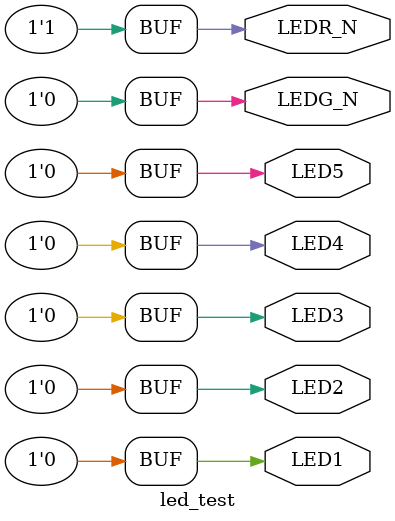
<source format=v>
module led_test (
	output LEDG_N,
	output LEDR_N,
	output LED1,
	output LED2,
	output LED3,
	output LED4,
	output LED5 
);

//-- Turn on the green signal (inverse logic)
//-- Turn off the red and blue signals (inverse logic)
//-- On board leds are inverse logic, PMOD LEDs are positive logic.

assign LEDR_N = 1;  //-- RED off
assign LEDG_N = 0;  //-- GREEN ON
assign LED1   = 0;  //-- LED1 off
assign LED2   = 0;  //-- LED1 off
assign LED3   = 0;  //-- LED1 off
assign LED4   = 0;  //-- LED1 off
assign LED5   = 0;  //-- LED1 off

endmodule

</source>
